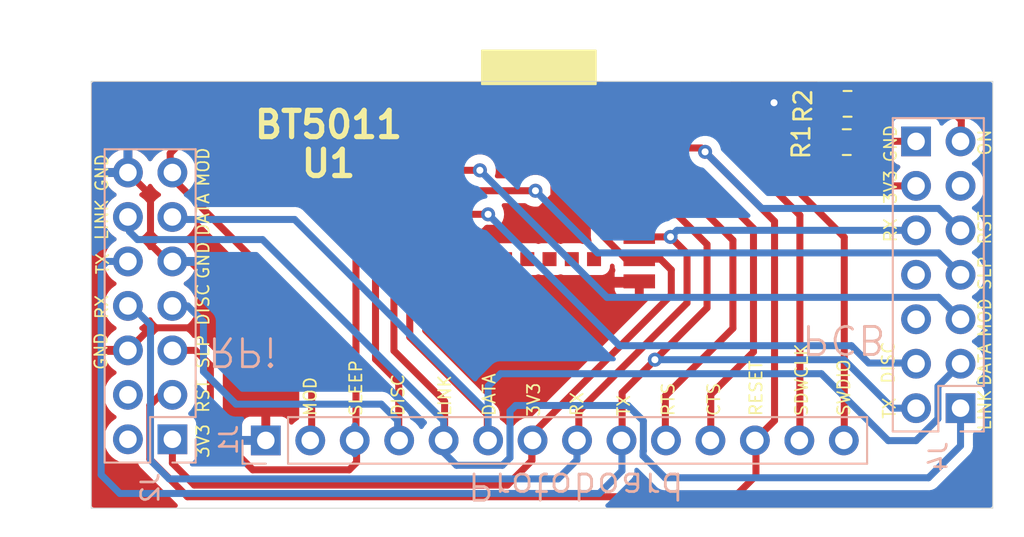
<source format=kicad_pcb>
(kicad_pcb (version 20221018) (generator pcbnew)
  (layers (0 "F.Cu" signal) (31 "B.Cu" signal) (34 "B.Paste" user) (35 "F.Paste" user) (36 "B.SilkS" user "B.Silkscreen") (37 "F.SilkS" user "F.Silkscreen") (38 "B.Mask" user) (39 "F.Mask" user) (44 "Edge.Cuts" user))
  (net 0 "")
  (net 1 "+3V3")
  (net 2 "RX")
  (net 3 "TX")
  (net 4 "RTS")
  (net 5 "CTS")
  (net 6 "RESET")
  (net 7 "SDWCLK")
  (net 8 "SWDIO")
  (net 9 "DATA")
  (net 10 "LINK")
  (net 11 "DISC")
  (net 12 "SLEEP")
  (net 13 "MOD")
  (net 14 "GND")
  (net 15 "Pad13")
  (net 16 "Net-(J4-Pad11)")
  (net 17 "Net-(J4-Pad8)")
  (net 18 "Net-(J4-Pad6)")
  (net 19 "Net-(U1-Pad15)")
  (net 20 "Net-(U1-Pad14)")
  (net 21 "Net-(U1-Pad13)")
  (net 22 "Net-(U1-Pad12)")
  (net 23 "Net-(U1-Pad11)")
  (net 24 "Net-(U1-Pad10)")
  (net 25 "Net-(U1-Pad2)")
  (net 26 "Net-(U1-Pad3)")
  (net 27 "Pad14")
  (net 28 "Net-(J2-Pad4)")
  (net 29 "Net-(J2-Pad2)")
  (footprint "Resistor_SMD:R_0805_2012Metric" (layer "F.Cu") (at 154.59964 25.05964)
    (fp_text reference "R1" (at -2.6035 0 270) (layer "F.SilkS"))
    (fp_text value "R")
    (fp_line (start -0.227064 -0.735) (end 0.227064 -0.735) (stroke (width 0.12)) (layer "F.SilkS"))
    (fp_line (start -0.227064 0.735) (end 0.227064 0.735) (stroke (width 0.12)) (layer "F.SilkS"))
    (pad "1" smd roundrect (at -0.9125 0) (size 1.025 1.4) (layers "F.Cu" "F.Paste" "F.Mask") (roundrect_rratio 0.243902) (net 14 "GND"))
    (pad "2" smd roundrect (at 0.9125 0) (size 1.025 1.4) (layers "F.Cu" "F.Paste" "F.Mask") (roundrect_rratio 0.243902) (net 27 "Pad14"))
  )
  (footprint "Resistor_SMD:R_0805_2012Metric" (layer "F.Cu") (at 154.64536 22.87524)
    (fp_text reference "R2" (at -2.54 0.127 270) (layer "F.SilkS"))
    (fp_text value "R")
    (fp_line (start -0.227064 -0.735) (end 0.227064 -0.735) (stroke (width 0.12)) (layer "F.SilkS"))
    (fp_line (start -0.227064 0.735) (end 0.227064 0.735) (stroke (width 0.12)) (layer "F.SilkS"))
    (pad "1" smd roundrect (at -0.9125 0) (size 1.025 1.4) (layers "F.Cu" "F.Paste" "F.Mask") (roundrect_rratio 0.243902) (net 14 "GND"))
    (pad "2" smd roundrect (at 0.9125 0) (size 1.025 1.4) (layers "F.Cu" "F.Paste" "F.Mask") (roundrect_rratio 0.243902) (net 15 "Pad13"))
  )
  (footprint "Lib_Footprint:E104-BT5011" (layer "F.Cu") (at 142.748 18.7325 180)
    (fp_text reference "U1" (at 17.7546 -7.5565 180) (layer "F.SilkS") (effects (font (size 1.5 1.5) (thickness 0.3))))
    (fp_text value "E104-BT5011-Lib_sch")
    (fp_poly (pts (xy 8.9916 -1.08966) (xy 2.48158 -1.08966) (xy 2.48158 -3.0226) (xy 8.9916 -3.0226)) (stroke (width 0.1)) (fill solid) (layer "F.SilkS"))
    (pad "1" smd rect (at 11.48558 -4.1204) (size 1.8 0.8) (layers "F.Cu" "F.Paste" "F.Mask") (net 14 "GND"))
    (pad "2" smd rect (at 11.48558 -5.392) (size 1.8 0.8) (layers "F.Cu" "F.Paste" "F.Mask") (net 25 "Net-(U1-Pad2)"))
    (pad "3" smd rect (at 11.48558 -6.662) (size 1.8 0.8) (layers "F.Cu" "F.Paste" "F.Mask") (net 26 "Net-(U1-Pad3)"))
    (pad "4" smd rect (at 11.48558 -7.932) (size 1.8 0.8) (layers "F.Cu" "F.Paste" "F.Mask") (net 13 "MOD"))
    (pad "5" smd rect (at 11.48558 -9.202) (size 1.8 0.8) (layers "F.Cu" "F.Paste" "F.Mask") (net 12 "SLEEP"))
    (pad "6" smd rect (at 11.48558 -10.472) (size 1.8 0.8) (layers "F.Cu" "F.Paste" "F.Mask") (net 11 "DISC"))
    (pad "7" smd rect (at 11.48558 -11.742) (size 1.8 0.8) (layers "F.Cu" "F.Paste" "F.Mask") (net 10 "LINK"))
    (pad "8" smd rect (at 11.48558 -13.012) (size 1.8 0.8) (layers "F.Cu" "F.Paste" "F.Mask") (net 9 "DATA"))
    (pad "9" smd rect (at 11.48558 -14.282) (size 1.8 0.8) (layers "F.Cu" "F.Paste" "F.Mask") (net 14 "GND"))
    (pad "10" smd rect (at 2.58516 -13.01242) (size 0.8 0.8) (layers "F.Cu" "F.Paste" "F.Mask") (net 24 "Net-(U1-Pad10)"))
    (pad "11" smd rect (at 3.85572 -13.01242) (size 0.8 0.8) (layers "F.Cu" "F.Paste" "F.Mask") (net 23 "Net-(U1-Pad11)"))
    (pad "12" smd rect (at 5.12826 -13.01242) (size 0.8 0.8) (layers "F.Cu" "F.Paste" "F.Mask") (net 22 "Net-(U1-Pad12)"))
    (pad "13" smd rect (at 6.39826 -13.01242) (size 0.8 0.8) (layers "F.Cu" "F.Paste" "F.Mask") (net 21 "Net-(U1-Pad13)"))
    (pad "14" smd rect (at 7.66826 -13.01496) (size 0.8 0.8) (layers "F.Cu" "F.Paste" "F.Mask") (net 20 "Net-(U1-Pad14)"))
    (pad "15" smd rect (at 8.93572 -13.01496) (size 0.8 0.8) (layers "F.Cu" "F.Paste" "F.Mask") (net 19 "Net-(U1-Pad15)"))
    (pad "16" smd rect (at 0.0003 -14.282) (size 1.8 0.8) (layers "F.Cu" "F.Paste" "F.Mask") (net 14 "GND"))
    (pad "17" smd rect (at 0.0003 -13.012) (size 1.8 0.8) (layers "F.Cu" "F.Paste" "F.Mask") (net 1 "+3V3"))
    (pad "18" smd rect (at 0.0003 -11.742) (size 1.8 0.8) (layers "F.Cu" "F.Paste" "F.Mask") (net 2 "RX"))
    (pad "19" smd rect (at 0.0003 -10.472) (size 1.8 0.8) (layers "F.Cu" "F.Paste" "F.Mask") (net 3 "TX"))
    (pad "20" smd rect (at 0.0003 -9.202) (size 1.8 0.8) (layers "F.Cu" "F.Paste" "F.Mask") (net 4 "RTS"))
    (pad "21" smd rect (at 0.0003 -7.932) (size 1.8 0.8) (layers "F.Cu" "F.Paste" "F.Mask") (net 5 "CTS"))
    (pad "22" smd rect (at 0.0003 -6.662) (size 1.8 0.8) (layers "F.Cu" "F.Paste" "F.Mask") (net 6 "RESET"))
    (pad "23" smd rect (at 0.0003 -5.392) (size 1.8 0.8) (layers "F.Cu" "F.Paste" "F.Mask") (net 7 "SDWCLK"))
    (pad "24" smd rect (at 0.0003 -4.1204) (size 1.8 0.8) (layers "F.Cu" "F.Paste" "F.Mask") (net 8 "SWDIO"))
  )
  (footprint "Connector_PinSocket_2.54mm:PinSocket_2x07_P2.54mm_Vertical" (layer "B.Cu") (at 161.0995 40.259)
    (fp_text reference "J4" (at -1.27 2.77 90 unlocked) (layer "B.SilkS") (effects (justify mirror)))
    (fp_text value "Conn_02x07_Odd_Even")
    (fp_line (start -3.87 -16.57) (end 1.33 -16.57) (stroke (width 0.12)) (layer "B.SilkS"))
    (fp_line (start -3.87 1.33) (end -3.87 -16.57) (stroke (width 0.12)) (layer "B.SilkS"))
    (fp_line (start -3.87 1.33) (end -1.27 1.33) (stroke (width 0.12)) (layer "B.SilkS"))
    (fp_line (start -1.27 -1.27) (end 1.33 -1.27) (stroke (width 0.12)) (layer "B.SilkS"))
    (fp_line (start -1.27 1.33) (end -1.27 -1.27) (stroke (width 0.12)) (layer "B.SilkS"))
    (fp_line (start 0 1.33) (end 1.33 1.33) (stroke (width 0.12)) (layer "B.SilkS"))
    (fp_line (start 1.33 -1.27) (end 1.33 -16.57) (stroke (width 0.12)) (layer "B.SilkS"))
    (fp_line (start 1.33 1.33) (end 1.33 0) (stroke (width 0.12)) (layer "B.SilkS"))
    (pad "1" thru_hole rect (at 0 0) (size 1.7 1.7) (drill 1) (layers "*.Cu" "*.Mask") (net 10 "LINK"))
    (pad "2" thru_hole oval (at -2.54 0) (size 1.7 1.7) (drill 1) (layers "*.Cu" "*.Mask") (net 3 "TX"))
    (pad "3" thru_hole oval (at 0 -2.54) (size 1.7 1.7) (drill 1) (layers "*.Cu" "*.Mask") (net 9 "DATA"))
    (pad "4" thru_hole oval (at -2.54 -2.54) (size 1.7 1.7) (drill 1) (layers "*.Cu" "*.Mask") (net 11 "DISC"))
    (pad "5" thru_hole oval (at 0 -5.08) (size 1.7 1.7) (drill 1) (layers "*.Cu" "*.Mask") (net 13 "MOD"))
    (pad "6" thru_hole oval (at -2.54 -5.08) (size 1.7 1.7) (drill 1) (layers "*.Cu" "*.Mask") (net 18 "Net-(J4-Pad6)"))
    (pad "7" thru_hole oval (at 0 -7.62) (size 1.7 1.7) (drill 1) (layers "*.Cu" "*.Mask") (net 12 "SLEEP"))
    (pad "8" thru_hole oval (at -2.54 -7.62) (size 1.7 1.7) (drill 1) (layers "*.Cu" "*.Mask") (net 17 "Net-(J4-Pad8)"))
    (pad "9" thru_hole oval (at 0 -10.16) (size 1.7 1.7) (drill 1) (layers "*.Cu" "*.Mask") (net 6 "RESET"))
    (pad "10" thru_hole oval (at -2.54 -10.16) (size 1.7 1.7) (drill 1) (layers "*.Cu" "*.Mask") (net 2 "RX"))
    (pad "11" thru_hole oval (at 0 -12.7) (size 1.7 1.7) (drill 1) (layers "*.Cu" "*.Mask") (net 16 "Net-(J4-Pad11)"))
    (pad "12" thru_hole oval (at -2.54 -12.7) (size 1.7 1.7) (drill 1) (layers "*.Cu" "*.Mask") (net 1 "+3V3"))
    (pad "13" thru_hole oval (at 0 -15.24) (size 1.7 1.7) (drill 1) (layers "*.Cu" "*.Mask") (net 15 "Pad13"))
    (pad "14" thru_hole rect (at -2.54 -15.24) (size 1.7 1.7) (drill 1) (layers "*.Cu" "*.Mask") (net 27 "Pad14"))
  )
  (footprint "Connector_PinSocket_2.54mm:PinSocket_1x14_P2.54mm_Vertical" (layer "B.Cu") (at 121.412 42.1005 -90)
    (fp_text reference "J1" (at -0.0381 2.11836 270) (layer "B.SilkS") (effects (justify mirror)))
    (fp_text value "Conn_01x14")
    (fp_line (start -1.33 -34.35) (end 1.33 -34.35) (stroke (width 0.12)) (layer "B.SilkS"))
    (fp_line (start -1.33 -1.27) (end -1.33 -34.35) (stroke (width 0.12)) (layer "B.SilkS"))
    (fp_line (start -1.33 -1.27) (end 1.33 -1.27) (stroke (width 0.12)) (layer "B.SilkS"))
    (fp_line (start 0 1.33) (end 1.33 1.33) (stroke (width 0.12)) (layer "B.SilkS"))
    (fp_line (start 1.33 -1.27) (end 1.33 -34.35) (stroke (width 0.12)) (layer "B.SilkS"))
    (fp_line (start 1.33 1.33) (end 1.33 0) (stroke (width 0.12)) (layer "B.SilkS"))
    (pad "1" thru_hole rect (at 0 0 270) (size 1.7 1.7) (drill 1) (layers "*.Cu" "*.Mask") (net 14 "GND"))
    (pad "2" thru_hole oval (at 0 -2.54 270) (size 1.7 1.7) (drill 1) (layers "*.Cu" "*.Mask") (net 13 "MOD"))
    (pad "3" thru_hole oval (at 0 -5.08 270) (size 1.7 1.7) (drill 1) (layers "*.Cu" "*.Mask") (net 12 "SLEEP"))
    (pad "4" thru_hole oval (at 0 -7.62 270) (size 1.7 1.7) (drill 1) (layers "*.Cu" "*.Mask") (net 11 "DISC"))
    (pad "5" thru_hole oval (at 0 -10.16 270) (size 1.7 1.7) (drill 1) (layers "*.Cu" "*.Mask") (net 10 "LINK"))
    (pad "6" thru_hole oval (at 0 -12.7 270) (size 1.7 1.7) (drill 1) (layers "*.Cu" "*.Mask") (net 9 "DATA"))
    (pad "7" thru_hole oval (at 0 -15.24 270) (size 1.7 1.7) (drill 1) (layers "*.Cu" "*.Mask") (net 1 "+3V3"))
    (pad "8" thru_hole oval (at 0 -17.78 270) (size 1.7 1.7) (drill 1) (layers "*.Cu" "*.Mask") (net 2 "RX"))
    (pad "9" thru_hole oval (at 0 -20.32 270) (size 1.7 1.7) (drill 1) (layers "*.Cu" "*.Mask") (net 3 "TX"))
    (pad "10" thru_hole oval (at 0 -22.86 270) (size 1.7 1.7) (drill 1) (layers "*.Cu" "*.Mask") (net 4 "RTS"))
    (pad "11" thru_hole oval (at 0 -25.4 270) (size 1.7 1.7) (drill 1) (layers "*.Cu" "*.Mask") (net 5 "CTS"))
    (pad "12" thru_hole oval (at 0 -27.94 270) (size 1.7 1.7) (drill 1) (layers "*.Cu" "*.Mask") (net 6 "RESET"))
    (pad "13" thru_hole oval (at 0 -30.48 270) (size 1.7 1.7) (drill 1) (layers "*.Cu" "*.Mask") (net 7 "SDWCLK"))
    (pad "14" thru_hole oval (at 0 -33.02 270) (size 1.7 1.7) (drill 1) (layers "*.Cu" "*.Mask") (net 8 "SWDIO"))
  )
  (footprint "Connector_PinSocket_2.54mm:PinSocket_2x07_P2.54mm_Vertical" (layer "B.Cu") (at 116.076 42.037)
    (fp_text reference "J2" (at -1.27 2.77 90) (layer "B.SilkS") (effects (justify mirror)))
    (fp_text value "Conn_02x07_Odd_Even")
    (fp_line (start -3.87 -16.57) (end 1.33 -16.57) (stroke (width 0.12)) (layer "B.SilkS"))
    (fp_line (start -3.87 1.33) (end -3.87 -16.57) (stroke (width 0.12)) (layer "B.SilkS"))
    (fp_line (start -3.87 1.33) (end -1.27 1.33) (stroke (width 0.12)) (layer "B.SilkS"))
    (fp_line (start -1.27 -1.27) (end 1.33 -1.27) (stroke (width 0.12)) (layer "B.SilkS"))
    (fp_line (start -1.27 1.33) (end -1.27 -1.27) (stroke (width 0.12)) (layer "B.SilkS"))
    (fp_line (start 0 1.33) (end 1.33 1.33) (stroke (width 0.12)) (layer "B.SilkS"))
    (fp_line (start 1.33 -1.27) (end 1.33 -16.57) (stroke (width 0.12)) (layer "B.SilkS"))
    (fp_line (start 1.33 1.33) (end 1.33 0) (stroke (width 0.12)) (layer "B.SilkS"))
    (pad "1" thru_hole rect (at 0 0) (size 1.7 1.7) (drill 1) (layers "*.Cu" "*.Mask") (net 1 "+3V3"))
    (pad "2" thru_hole oval (at -2.54 0) (size 1.7 1.7) (drill 1) (layers "*.Cu" "*.Mask") (net 29 "Net-(J2-Pad2)"))
    (pad "3" thru_hole oval (at 0 -2.54) (size 1.7 1.7) (drill 1) (layers "*.Cu" "*.Mask") (net 6 "RESET"))
    (pad "4" thru_hole oval (at -2.54 -2.54) (size 1.7 1.7) (drill 1) (layers "*.Cu" "*.Mask") (net 28 "Net-(J2-Pad4)"))
    (pad "5" thru_hole oval (at 0 -5.08) (size 1.7 1.7) (drill 1) (layers "*.Cu" "*.Mask") (net 12 "SLEEP"))
    (pad "6" thru_hole oval (at -2.54 -5.08) (size 1.7 1.7) (drill 1) (layers "*.Cu" "*.Mask") (net 14 "GND"))
    (pad "7" thru_hole oval (at 0 -7.62) (size 1.7 1.7) (drill 1) (layers "*.Cu" "*.Mask") (net 11 "DISC"))
    (pad "8" thru_hole oval (at -2.54 -7.62) (size 1.7 1.7) (drill 1) (layers "*.Cu" "*.Mask") (net 2 "RX"))
    (pad "9" thru_hole oval (at 0 -10.16) (size 1.7 1.7) (drill 1) (layers "*.Cu" "*.Mask") (net 14 "GND"))
    (pad "10" thru_hole oval (at -2.54 -10.16) (size 1.7 1.7) (drill 1) (layers "*.Cu" "*.Mask") (net 3 "TX"))
    (pad "11" thru_hole oval (at 0 -12.7) (size 1.7 1.7) (drill 1) (layers "*.Cu" "*.Mask") (net 9 "DATA"))
    (pad "12" thru_hole oval (at -2.54 -12.7) (size 1.7 1.7) (drill 1) (layers "*.Cu" "*.Mask") (net 10 "LINK"))
    (pad "13" thru_hole oval (at 0 -15.24) (size 1.7 1.7) (drill 1) (layers "*.Cu" "*.Mask") (net 13 "MOD"))
    (pad "14" thru_hole oval (at -2.54 -15.24) (size 1.7 1.7) (drill 1) (layers "*.Cu" "*.Mask") (net 14 "GND"))
  )
  (gr_line (start 111.441 21.59) (end 162.941 21.59) (stroke (width 0.05)) (layer "Edge.Cuts"))
  (gr_line (start 162.941 21.59) (end 162.941 45.974) (stroke (width 0.05)) (layer "Edge.Cuts"))
  (gr_line (start 111.441 45.974) (end 162.941 45.974) (stroke (width 0.05)) (layer "Edge.Cuts"))
  (gr_line (start 111.441 21.59) (end 111.441 45.974) (stroke (width 0.05)) (layer "Edge.Cuts"))
  (gr_text "PCB\n" (at 154.432 36.322 180) (layer "B.SilkS") (effects (font (size 1.6 1.6) (thickness 0.16)) (justify mirror)))
  (gr_text "Protoboard\n" (at 139.1285 44.704 180) (layer "B.SilkS") (effects (font (size 1.5 1.5) (thickness 0.16)) (justify mirror)))
  (gr_text "RPi" (at 120.0785 37.0205 180) (layer "B.SilkS") (effects (font (size 1.6 1.6) (thickness 0.16)) (justify mirror)))
  (gr_text "RX" (at 112.04448 34.48304 90) (layer "F.SilkS") (effects (font (size 0.7 0.7) (thickness 0.1))))
  (gr_text "TX" (at 112.09528 32.00908 90) (layer "F.SilkS") (effects (font (size 0.7 0.7) (thickness 0.1))))
  (gr_text "LINK\n" (at 112.04448 29.4894 90) (layer "F.SilkS") (effects (font (size 0.7 0.7) (thickness 0.1))))
  (gr_text "SLP" (at 117.82552 37.0332 90) (layer "F.SilkS") (effects (font (size 0.7 0.7) (thickness 0.1))))
  (gr_text "RST" (at 117.82552 39.5732 90) (layer "F.SilkS") (effects (font (size 0.7 0.7) (thickness 0.1))))
  (gr_text "3V3\n" (at 117.82552 42.13352 90) (layer "F.SilkS") (effects (font (size 0.7 0.7) (thickness 0.1))))
  (gr_text "GND" (at 157.099 25.146 90) (layer "F.SilkS") (effects (font (size 0.7 0.7) (thickness 0.1))))
  (gr_text "3V3\n" (at 157.099 27.6225 90) (layer "F.SilkS") (effects (font (size 0.7 0.7) (thickness 0.1))))
  (gr_text "RX" (at 157.099 30.099 90) (layer "F.SilkS") (effects (font (size 0.7 0.7) (thickness 0.1))))
  (gr_text "TX" (at 157.0355 40.259 90) (layer "F.SilkS") (effects (font (size 0.7 0.7) (thickness 0.1))))
  (gr_text "RST" (at 162.4838 29.9593 90) (layer "F.SilkS") (effects (font (size 0.7 0.7) (thickness 0.1))))
  (gr_text "GND" (at 112.04448 26.81224 90) (layer "F.SilkS") (effects (font (size 0.7 0.7) (thickness 0.1))))
  (gr_text "MOD\n" (at 123.952 39.5915 90) (layer "F.SilkS") (effects (font (size 0.7 0.7) (thickness 0.1))))
  (gr_text "SLEEP\n" (at 126.5555 39.108166 90) (layer "F.SilkS") (effects (font (size 0.7 0.7) (thickness 0.1))))
  (gr_text "DISC\n" (at 128.9685 39.508166 90) (layer "F.SilkS") (effects (font (size 0.7 0.7) (thickness 0.1))))
  (gr_text "LINK\n" (at 131.6355 39.5415 90) (layer "F.SilkS") (effects (font (size 0.7 0.7) (thickness 0.1))))
  (gr_text "DATA" (at 134.1755 39.4915 90) (layer "F.SilkS") (effects (font (size 0.7 0.7) (thickness 0.1))))
  (gr_text "3V3" (at 136.7155 39.774833 90) (layer "F.SilkS") (effects (font (size 0.7 0.7) (thickness 0.1))))
  (gr_text "RX" (at 139.192 40.024833 90) (layer "F.SilkS") (effects (font (size 0.7 0.7) (thickness 0.1))))
  (gr_text "TX" (at 141.859 40.108166 90) (layer "F.SilkS") (effects (font (size 0.7 0.7) (thickness 0.1))))
  (gr_text "RTS" (at 144.399 39.758166 90) (layer "F.SilkS") (effects (font (size 0.7 0.7) (thickness 0.1))))
  (gr_text "CTS" (at 147.0025 39.758166 90) (layer "F.SilkS") (effects (font (size 0.7 0.7) (thickness 0.1))))
  (gr_text "RESET" (at 149.4155 39.124833 90) (layer "F.SilkS") (effects (font (size 0.7 0.7) (thickness 0.1))))
  (gr_text "SDWCLK\n" (at 152.019 38.6415 90) (layer "F.SilkS") (effects (font (size 0.7 0.7) (thickness 0.1))))
  (gr_text "SWDIO\n" (at 154.432 39.0915 90) (layer "F.SilkS") (effects (font (size 0.7 0.7) (thickness 0.1))))
  (gr_text "DISC\n" (at 117.82552 34.3408 90) (layer "F.SilkS") (effects (font (size 0.7 0.7) (thickness 0.1))))
  (gr_text "GND" (at 117.82552 31.81096 90) (layer "F.SilkS") (effects (font (size 0.7 0.7) (thickness 0.1))))
  (gr_text "DATA" (at 117.82552 29.19984 90) (layer "F.SilkS") (effects (font (size 0.7 0.7) (thickness 0.1))))
  (gr_text "MOD\n" (at 117.82552 26.48712 90) (layer "F.SilkS") (effects (font (size 0.7 0.7) (thickness 0.1))))
  (gr_text "SLP" (at 162.4838 32.5501 90) (layer "F.SilkS") (effects (font (size 0.7 0.7) (thickness 0.1))))
  (gr_text "ON\n" (at 162.4838 25.0825 90) (layer "F.SilkS") (effects (font (size 0.7 0.7) (thickness 0.1))))
  (gr_text "MOD\n" (at 162.4838 35.0901 90) (layer "F.SilkS") (effects (font (size 0.7 0.7) (thickness 0.1))))
  (gr_text "DATA" (at 162.4838 37.7698 90) (layer "F.SilkS") (effects (font (size 0.7 0.7) (thickness 0.1))))
  (gr_text "LINK" (at 162.4838 40.3606 90) (layer "F.SilkS") (effects (font (size 0.7 0.7) (thickness 0.1))))
  (gr_text "DISC\n" (at 156.972 37.6555 90) (layer "F.SilkS") (effects (font (size 0.7 0.7) (thickness 0.1))))
  (gr_text "GND" (at 111.99368 37.0078 90) (layer "F.SilkS") (effects (font (size 0.7 0.7) (thickness 0.1))))
  (gr_text "BT5011" (at 124.9934 24.0665) (layer "F.SilkS") (effects (font (size 1.5 1.5) (thickness 0.3))))
  (segment (start 143.9617 31.7445) (end 144.5768 32.3596) (width 0.4) (layer "F.Cu") (net 1))
  (segment (start 135.20928 44.6532) (end 136.61136 43.25112) (width 0.4) (layer "F.Cu") (net 1))
  (segment (start 140.6906 30.437402) (end 141.977798 31.7246) (width 0.4) (layer "F.Cu") (net 1))
  (segment (start 144.5768 32.3596) (end 144.5768 33.79216) (width 0.4) (layer "F.Cu") (net 1))
  (segment (start 116.076 42.037) (end 116.076 43.39644) (width 0.4) (layer "F.Cu") (net 1))
  (segment (start 152.6159 27.559) (end 147.109799 22.052899) (width 0.4) (layer "F.Cu") (net 1))
  (segment (start 116.076 43.39644) (end 117.33276 44.6532) (width 0.4) (layer "F.Cu") (net 1))
  (segment (start 141.977798 31.7246) (end 142.8496 31.7246) (width 0.4) (layer "F.Cu") (net 1))
  (segment (start 136.61136 43.25112) (end 136.61136 42.30624) (width 0.4) (layer "F.Cu") (net 1))
  (segment (start 141.527699 22.052899) (end 140.6906 22.889998) (width 0.4) (layer "F.Cu") (net 1))
  (segment (start 142.7477 31.7445) (end 143.9617 31.7445) (width 0.4) (layer "F.Cu") (net 1))
  (segment (start 147.109799 22.052899) (end 141.527699 22.052899) (width 0.4) (layer "F.Cu") (net 1))
  (segment (start 144.5768 33.79216) (end 136.61136 41.7576) (width 0.4) (layer "F.Cu") (net 1))
  (segment (start 158.5595 27.559) (end 152.6159 27.559) (width 0.4) (layer "F.Cu") (net 1))
  (segment (start 140.6906 22.889998) (end 140.6906 30.437402) (width 0.4) (layer "F.Cu") (net 1))
  (segment (start 117.33276 44.6532) (end 135.20928 44.6532) (width 0.4) (layer "F.Cu") (net 1))
  (segment (start 136.61136 41.7576) (end 136.61136 43.25112) (width 0.4) (layer "F.Cu") (net 1))
  (segment (start 142.7477 30.4745) (end 144.53066 30.4745) (width 0.4) (layer "F.Cu") (net 2))
  (segment (start 145.47596 34.24936) (end 139.2936 40.43172) (width 0.4) (layer "F.Cu") (net 2))
  (segment (start 145.47596 31.4198) (end 145.47596 34.24936) (width 0.4) (layer "F.Cu") (net 2))
  (segment (start 144.53066 30.4745) (end 145.47596 31.4198) (width 0.4) (layer "F.Cu") (net 2))
  (segment (start 139.2936 40.43172) (end 139.2936 42.0878) (width 0.4) (layer "F.Cu") (net 2))
  (via (at 144.53066 30.4745) (size 0.8) (drill 0.4) (layers "F.Cu" "B.Cu") (net 2))
  (segment (start 114.825999 35.501799) (end 114.825999 43.233559) (width 0.4) (layer "B.Cu") (net 2))
  (segment (start 139.18692 43.21556) (end 139.18692 42.07256) (width 0.4) (layer "B.Cu") (net 2))
  (segment (start 158.5595 30.099) (end 144.90616 30.099) (width 0.4) (layer "B.Cu") (net 2))
  (segment (start 113.7412 34.417) (end 114.825999 35.501799) (width 0.4) (layer "B.Cu") (net 2))
  (segment (start 113.536 34.417) (end 113.7412 34.417) (width 0.4) (layer "B.Cu") (net 2))
  (segment (start 138.10488 44.2976) (end 139.18692 43.21556) (width 0.4) (layer "B.Cu") (net 2))
  (segment (start 144.90616 30.099) (end 144.53066 30.4745) (width 0.4) (layer "B.Cu") (net 2))
  (segment (start 115.89004 44.2976) (end 138.10488 44.2976) (width 0.4) (layer "B.Cu") (net 2))
  (segment (start 114.825999 43.233559) (end 115.89004 44.2976) (width 0.4) (layer "B.Cu") (net 2))
  (segment (start 146.61896 30.90672) (end 146.61896 34.52368) (width 0.4) (layer "F.Cu") (net 3))
  (segment (start 141.76756 39.37508) (end 141.76756 42.0878) (width 0.4) (layer "F.Cu") (net 3))
  (segment (start 144.91674 29.2045) (end 146.61896 30.90672) (width 0.4) (layer "F.Cu") (net 3))
  (segment (start 142.7477 29.2045) (end 144.91674 29.2045) (width 0.4) (layer "F.Cu") (net 3))
  (segment (start 146.61896 34.52368) (end 141.76756 39.37508) (width 0.4) (layer "F.Cu") (net 3))
  (via (at 143.63827 37.4905) (size 0.8) (drill 0.4) (layers "F.Cu" "B.Cu") (net 3))
  (segment (start 113.536 31.877) (end 112.333919 31.877) (width 0.4) (layer "B.Cu") (net 3))
  (segment (start 158.5595 40.259) (end 157.2133 40.259) (width 0.4) (layer "B.Cu") (net 3))
  (segment (start 112.333919 31.877) (end 112.00892 32.201999) (width 0.4) (layer "B.Cu") (net 3))
  (segment (start 157.2133 40.259) (end 154.4448 37.4905) (width 0.4) (layer "B.Cu") (net 3))
  (segment (start 154.4448 37.4905) (end 143.63827 37.4905) (width 0.4) (layer "B.Cu") (net 3))
  (segment (start 112.00892 44.06392) (end 113.07572 45.13072) (width 0.4) (layer "B.Cu") (net 3))
  (segment (start 112.00892 32.201999) (end 112.00892 44.06392) (width 0.4) (layer "B.Cu") (net 3))
  (segment (start 141.7574 43.83532) (end 141.7574 42.0878) (width 0.4) (layer "B.Cu") (net 3))
  (segment (start 113.07572 45.13072) (end 140.462 45.13072) (width 0.4) (layer "B.Cu") (net 3))
  (segment (start 140.462 45.13072) (end 141.7574 43.83532) (width 0.4) (layer "B.Cu") (net 3))
  (segment (start 148.09724 30.66288) (end 148.09724 35.69716) (width 0.4) (layer "F.Cu") (net 4))
  (segment (start 145.36886 27.9345) (end 148.09724 30.66288) (width 0.4) (layer "F.Cu") (net 4))
  (segment (start 142.7477 27.9345) (end 145.36886 27.9345) (width 0.4) (layer "F.Cu") (net 4))
  (segment (start 148.09724 35.69716) (end 144.23644 39.55796) (width 0.4) (layer "F.Cu") (net 4))
  (segment (start 144.23644 39.55796) (end 144.23644 42.16908) (width 0.4) (layer "F.Cu") (net 4))
  (segment (start 149.27072 29.98724) (end 149.27072 37.04336) (width 0.4) (layer "F.Cu") (net 5))
  (segment (start 142.7477 26.6645) (end 145.94798 26.6645) (width 0.4) (layer "F.Cu") (net 5))
  (segment (start 146.83232 39.48176) (end 146.83232 42.07764) (width 0.4) (layer "F.Cu") (net 5))
  (segment (start 145.94798 26.6645) (end 149.27072 29.98724) (width 0.4) (layer "F.Cu") (net 5))
  (segment (start 149.27072 37.04336) (end 146.83232 39.48176) (width 0.4) (layer "F.Cu") (net 5))
  (segment (start 149.36216 42.07764) (end 150.47468 40.96512) (width 0.4) (layer "F.Cu") (net 6))
  (segment (start 142.7477 25.3945) (end 146.2858 25.3945) (width 0.4) (layer "F.Cu") (net 6))
  (segment (start 116.076 39.497) (end 115.386002 39.497) (width 0.4) (layer "F.Cu") (net 6))
  (segment (start 115.386002 39.497) (end 114.786001 40.097001) (width 0.4) (layer "F.Cu") (net 6))
  (segment (start 150.47468 40.96512) (end 150.47468 29.58338) (width 0.4) (layer "F.Cu") (net 6))
  (segment (start 149.41296 44.10964) (end 149.41296 42.15384) (width 0.4) (layer "F.Cu") (net 6))
  (segment (start 114.786001 43.167003) (end 116.937678 45.31868) (width 0.4) (layer "F.Cu") (net 6))
  (segment (start 149.41296 42.15384) (end 149.41296 42.18432) (width 0.4) (layer "F.Cu") (net 6))
  (segment (start 146.2858 25.3945) (end 146.5072 25.6159) (width 0.4) (layer "F.Cu") (net 6))
  (segment (start 150.47468 29.58338) (end 146.5072 25.6159) (width 0.4) (layer "F.Cu") (net 6))
  (segment (start 148.20392 45.31868) (end 149.41296 44.10964) (width 0.4) (layer "F.Cu") (net 6))
  (segment (start 114.786001 40.097001) (end 114.786001 43.167003) (width 0.4) (layer "F.Cu") (net 6))
  (segment (start 116.937678 45.31868) (end 148.20392 45.31868) (width 0.4) (layer "F.Cu") (net 6))
  (via (at 146.5072 25.6159) (size 0.8) (drill 0.4) (layers "F.Cu" "B.Cu") (net 6))
  (segment (start 149.740299 28.848999) (end 146.5072 25.6159) (width 0.4) (layer "B.Cu") (net 6))
  (segment (start 161.0995 30.099) (end 159.849499 28.848999) (width 0.4) (layer "B.Cu") (net 6))
  (segment (start 159.849499 28.848999) (end 149.740299 28.848999) (width 0.4) (layer "B.Cu") (net 6))
  (segment (start 151.92248 42.23004) (end 151.92248 42.19956) (width 0.4) (layer "F.Cu") (net 7))
  (segment (start 151.92248 29.24048) (end 151.92248 42.23004) (width 0.4) (layer "F.Cu") (net 7))
  (segment (start 142.7477 24.1245) (end 146.8065 24.1245) (width 0.4) (layer "F.Cu") (net 7))
  (segment (start 151.892 42.1005) (end 151.8285 42.164) (width 0.4) (layer "F.Cu") (net 7))
  (segment (start 146.8065 24.1245) (end 151.92248 29.24048) (width 0.4) (layer "F.Cu") (net 7))
  (segment (start 154.3685 42.1005) (end 154.305 42.164) (width 0.4) (layer "F.Cu") (net 8))
  (segment (start 142.7477 22.8529) (end 146.8176 22.8529) (width 0.4) (layer "F.Cu") (net 8))
  (segment (start 154.4574 30.4927) (end 154.4574 42.21988) (width 0.4) (layer "F.Cu") (net 8))
  (segment (start 146.8176 22.8529) (end 154.4574 30.4927) (width 0.4) (layer "F.Cu") (net 8))
  (segment (start 134.06628 40.62476) (end 134.06628 41.95572) (width 0.4) (layer "F.Cu") (net 9))
  (segment (start 131.26242 31.7445) (end 130.02302 31.7445) (width 0.4) (layer "F.Cu") (net 9))
  (segment (start 129.63652 36.195) (end 134.06628 40.62476) (width 0.4) (layer "F.Cu") (net 9))
  (segment (start 130.02302 31.7445) (end 129.63652 32.131) (width 0.4) (layer "F.Cu") (net 9))
  (segment (start 129.63652 32.131) (end 129.63652 36.195) (width 0.4) (layer "F.Cu") (net 9))
  (segment (start 123.05792 29.47924) (end 116.00688 29.47924) (width 0.4) (layer "B.Cu") (net 9))
  (segment (start 156.972 42.1132) (end 153.1493 38.2905) (width 0.4) (layer "B.Cu") (net 9))
  (segment (start 134.112 40.53332) (end 123.05792 29.47924) (width 0.4) (layer "B.Cu") (net 9))
  (segment (start 158.555302 42.1132) (end 156.972 42.1132) (width 0.4) (layer "B.Cu") (net 9))
  (segment (start 159.809501 40.859001) (end 158.555302 42.1132) (width 0.4) (layer "B.Cu") (net 9))
  (segment (start 153.1493 38.2905) (end 134.8232 38.2905) (width 0.4) (layer "B.Cu") (net 9))
  (segment (start 134.112 39.0017) (end 134.112 40.53332) (width 0.4) (layer "B.Cu") (net 9))
  (segment (start 134.8232 38.2905) (end 134.112 39.0017) (width 0.4) (layer "B.Cu") (net 9))
  (segment (start 134.112 42.1005) (end 134.112 40.53332) (width 0.4) (layer "B.Cu") (net 9))
  (segment (start 161.0995 37.719) (end 159.809501 39.008999) (width 0.4) (layer "B.Cu") (net 9))
  (segment (start 159.809501 39.008999) (end 159.809501 40.859001) (width 0.4) (layer "B.Cu") (net 9))
  (segment (start 131.26242 30.4745) (end 130.0535 30.4745) (width 0.4) (layer "F.Cu") (net 10))
  (segment (start 128.73228 36.97732) (end 131.62788 39.87292) (width 0.4) (layer "F.Cu") (net 10))
  (segment (start 130.0535 30.4745) (end 128.73228 31.79572) (width 0.4) (layer "F.Cu") (net 10))
  (segment (start 131.62788 39.87292) (end 131.62788 41.95064) (width 0.4) (layer "F.Cu") (net 10))
  (segment (start 128.73228 31.79572) (end 128.73228 36.97732) (width 0.4) (layer "F.Cu") (net 10))
  (segment (start 134.9248 43.5229) (end 132.3086 43.5229) (width 0.4) (layer "B.Cu") (net 10))
  (segment (start 131.572 40.97528) (end 121.223719 30.626999) (width 0.4) (layer "B.Cu") (net 10))
  (segment (start 142.9639 42.718602) (end 142.982001 42.700501) (width 0.4) (layer "B.Cu") (net 10))
  (segment (start 142.982001 40.988301) (end 142.1003 40.1066) (width 0.4) (layer "B.Cu") (net 10))
  (segment (start 142.9639 42.9768) (end 142.9639 42.718602) (width 0.4) (layer "B.Cu") (net 10))
  (segment (start 135.6868 40.1066) (end 135.362001 40.431399) (width 0.4) (layer "B.Cu") (net 10))
  (segment (start 135.362001 43.085699) (end 134.9248 43.5229) (width 0.4) (layer "B.Cu") (net 10))
  (segment (start 142.1003 40.1066) (end 135.6868 40.1066) (width 0.4) (layer "B.Cu") (net 10))
  (segment (start 161.0995 40.259) (end 161.0995 42.4053) (width 0.4) (layer "B.Cu") (net 10))
  (segment (start 159.2707 44.2341) (end 144.2212 44.2341) (width 0.4) (layer "B.Cu") (net 10))
  (segment (start 142.982001 42.700501) (end 142.982001 40.988301) (width 0.4) (layer "B.Cu") (net 10))
  (segment (start 132.3086 43.5229) (end 131.6101 42.8244) (width 0.4) (layer "B.Cu") (net 10))
  (segment (start 144.2212 44.2341) (end 142.9639 42.9768) (width 0.4) (layer "B.Cu") (net 10))
  (segment (start 131.6101 42.8244) (end 131.6101 42.1386) (width 0.4) (layer "B.Cu") (net 10))
  (segment (start 113.62436 30.17012) (end 113.62436 29.41828) (width 0.4) (layer "B.Cu") (net 10))
  (segment (start 135.362001 40.431399) (end 135.362001 43.085699) (width 0.4) (layer "B.Cu") (net 10))
  (segment (start 131.572 42.1005) (end 131.572 40.97528) (width 0.4) (layer "B.Cu") (net 10))
  (segment (start 121.223719 30.626999) (end 114.081239 30.626999) (width 0.4) (layer "B.Cu") (net 10))
  (segment (start 114.081239 30.626999) (end 113.62436 30.17012) (width 0.4) (layer "B.Cu") (net 10))
  (segment (start 161.0995 42.4053) (end 159.2707 44.2341) (width 0.4) (layer "B.Cu") (net 10))
  (segment (start 127.68072 31.4862) (end 127.68072 37.465) (width 0.4) (layer "F.Cu") (net 11))
  (segment (start 131.26242 29.2045) (end 129.96242 29.2045) (width 0.4) (layer "F.Cu") (net 11))
  (segment (start 134.112 29.1846) (end 131.6101 29.1846) (width 0.4) (layer "F.Cu") (net 11))
  (segment (start 129.96242 29.2045) (end 127.68072 31.4862) (width 0.4) (layer "F.Cu") (net 11))
  (segment (start 129.0066 38.79088) (end 129.0066 42.22496) (width 0.4) (layer "F.Cu") (net 11))
  (segment (start 131.6101 29.1846) (end 131.5847 29.21) (width 0.4) (layer "F.Cu") (net 11))
  (segment (start 127.68072 37.465) (end 129.0066 38.79088) (width 0.4) (layer "F.Cu") (net 11))
  (via (at 134.112 29.1846) (size 0.8) (drill 0.4) (layers "F.Cu" "B.Cu") (net 11))
  (segment (start 155.8544 37.6809) (end 154.8638 36.6903) (width 0.4) (layer "B.Cu") (net 11))
  (segment (start 141.6177 36.6903) (end 134.112 29.1846) (width 0.4) (layer "B.Cu") (net 11))
  (segment (start 158.5595 37.719) (end 158.5214 37.6809) (width 0.4) (layer "B.Cu") (net 11))
  (segment (start 158.5214 37.6809) (end 155.8544 37.6809) (width 0.4) (layer "B.Cu") (net 11))
  (segment (start 117.85092 38.17112) (end 119.7102 40.0304) (width 0.4) (layer "B.Cu") (net 11))
  (segment (start 154.8638 36.6903) (end 141.6177 36.6903) (width 0.4) (layer "B.Cu") (net 11))
  (segment (start 116.076 34.417) (end 116.94668 34.417) (width 0.4) (layer "B.Cu") (net 11))
  (segment (start 119.7102 40.0304) (end 128.01092 40.0304) (width 0.4) (layer "B.Cu") (net 11))
  (segment (start 128.94056 40.96004) (end 128.94056 42.28084) (width 0.4) (layer "B.Cu") (net 11))
  (segment (start 128.01092 40.0304) (end 128.94056 40.96004) (width 0.4) (layer "B.Cu") (net 11))
  (segment (start 116.94668 34.417) (end 117.85092 35.32124) (width 0.4) (layer "B.Cu") (net 11))
  (segment (start 117.85092 35.32124) (end 117.85092 38.17112) (width 0.4) (layer "B.Cu") (net 11))
  (segment (start 126.56312 40.83812) (end 126.56312 42.28592) (width 0.4) (layer "F.Cu") (net 12))
  (segment (start 126.59868 43.3578) (end 126.59868 42.27068) (width 0.4) (layer "F.Cu") (net 12))
  (segment (start 131.26242 27.9345) (end 129.96242 27.9345) (width 0.4) (layer "F.Cu") (net 12))
  (segment (start 126.56312 31.3338) (end 126.56312 40.83812) (width 0.4) (layer "F.Cu") (net 12))
  (segment (start 118.24716 41.355662) (end 120.670938 43.77944) (width 0.4) (layer "F.Cu") (net 12))
  (segment (start 126.17704 43.77944) (end 126.59868 43.3578) (width 0.4) (layer "F.Cu") (net 12))
  (segment (start 116.076 36.957) (end 117.39372 36.957) (width 0.4) (layer "F.Cu") (net 12))
  (segment (start 129.96242 27.9345) (end 126.56312 31.3338) (width 0.4) (layer "F.Cu") (net 12))
  (segment (start 118.24716 37.81044) (end 118.24716 41.355662) (width 0.4) (layer "F.Cu") (net 12))
  (segment (start 131.2291 27.8384) (end 136.8171 27.8384) (width 0.4) (layer "F.Cu") (net 12))
  (segment (start 120.670938 43.77944) (end 126.17704 43.77944) (width 0.4) (layer "F.Cu") (net 12))
  (segment (start 117.39372 36.957) (end 118.24716 37.81044) (width 0.4) (layer "F.Cu") (net 12))
  (segment (start 131.1529 27.9146) (end 131.2291 27.8384) (width 0.4) (layer "F.Cu") (net 12))
  (via (at 136.8171 27.8384) (size 0.8) (drill 0.4) (layers "F.Cu" "B.Cu") (net 12))
  (segment (start 126.492 42.8625) (end 126.492 41.275) (width 0.4) (layer "B.Cu") (net 12))
  (segment (start 161.0995 32.639) (end 159.849499 31.388999) (width 0.4) (layer "B.Cu") (net 12))
  (segment (start 159.849499 31.388999) (end 140.367699 31.388999) (width 0.4) (layer "B.Cu") (net 12))
  (segment (start 140.367699 31.388999) (end 136.8171 27.8384) (width 0.4) (layer "B.Cu") (net 12))
  (segment (start 115.951 25.7048) (end 117.2464 24.4094) (width 0.4) (layer "F.Cu") (net 13))
  (segment (start 115.951 27.0002) (end 115.951 25.7048) (width 0.4) (layer "F.Cu") (net 13))
  (segment (start 127.7222 24.4094) (end 129.9773 26.6645) (width 0.4) (layer "F.Cu") (net 13))
  (segment (start 124.03328 35.08248) (end 115.951 27.0002) (width 0.4) (layer "F.Cu") (net 13))
  (segment (start 117.2464 24.4094) (end 127.7222 24.4094) (width 0.4) (layer "F.Cu") (net 13))
  (segment (start 129.9773 26.6645) (end 131.26242 26.6645) (width 0.4) (layer "F.Cu") (net 13))
  (segment (start 133.6421 26.67) (end 131.4196 26.67) (width 0.4) (layer "F.Cu") (net 13))
  (segment (start 124.03328 42.07256) (end 124.03328 35.08248) (width 0.4) (layer "F.Cu") (net 13))
  (segment (start 131.4196 26.67) (end 131.4069 26.6827) (width 0.4) (layer "F.Cu") (net 13))
  (via (at 133.6421 26.67) (size 0.8) (drill 0.4) (layers "F.Cu" "B.Cu") (net 13))
  (segment (start 159.849499 33.928999) (end 140.901099 33.928999) (width 0.4) (layer "B.Cu") (net 13))
  (segment (start 161.0995 35.179) (end 159.849499 33.928999) (width 0.4) (layer "B.Cu") (net 13))
  (segment (start 140.901099 33.928999) (end 133.6421 26.67) (width 0.4) (layer "B.Cu") (net 13))
  (segment (start 114.825999 28.086999) (end 114.825999 30.891699) (width 0.4) (layer "F.Cu") (net 14))
  (segment (start 132.9309 31.108838) (end 132.9309 32.386082) (width 0.4) (layer "F.Cu") (net 14))
  (segment (start 136.029799 29.984601) (end 134.055137 29.984601) (width 0.4) (layer "F.Cu") (net 14))
  (segment (start 113.536 26.797) (end 114.825999 28.086999) (width 0.4) (layer "F.Cu") (net 14))
  (segment (start 114.825999 35.667001) (end 120.896701 35.667001) (width 0.4) (layer "F.Cu") (net 14))
  (segment (start 120.896701 35.667001) (end 121.412 36.1823) (width 0.4) (layer "F.Cu") (net 14))
  (segment (start 131.26242 33.0145) (end 135.4527 33.0145) (width 0.4) (layer "F.Cu") (net 14))
  (segment (start 114.825999 30.891699) (end 115.951 32.0167) (width 0.4) (layer "F.Cu") (net 14))
  (segment (start 116.076 31.877) (end 117.1067 31.877) (width 0.4) (layer "F.Cu") (net 14))
  (segment (start 137.8712 26.7716) (end 137.8712 28.1432) (width 0.4) (layer "F.Cu") (net 14))
  (segment (start 135.4527 33.0145) (end 135.6106 33.1724) (width 0.4) (layer "F.Cu") (net 14))
  (segment (start 131.3125 33.0145) (end 131.2435 33.0835) (width 0.4) (layer "F.Cu") (net 14))
  (segment (start 132.9309 32.386082) (end 133.717218 33.1724) (width 0.4) (layer "F.Cu") (net 14))
  (segment (start 137.8712 28.1432) (end 136.029799 29.984601) (width 0.4) (layer "F.Cu") (net 14))
  (segment (start 121.412 36.1823) (end 121.412 42.1767) (width 0.4) (layer "F.Cu") (net 14))
  (segment (start 113.536 36.957) (end 114.825999 35.667001) (width 0.4) (layer "F.Cu") (net 14))
  (segment (start 153.73286 25.12378) (end 153.63952 25.21712) (width 0.4) (layer "F.Cu") (net 14))
  (segment (start 153.73286 22.87524) (end 153.73286 25.12378) (width 0.4) (layer "F.Cu") (net 14))
  (segment (start 117.1067 31.877) (end 121.412 36.1823) (width 0.4) (layer "F.Cu") (net 14))
  (segment (start 131.26242 22.8529) (end 133.9525 22.8529) (width 0.4) (layer "F.Cu") (net 14))
  (segment (start 133.9525 22.8529) (end 137.8712 26.7716) (width 0.4) (layer "F.Cu") (net 14))
  (segment (start 134.055137 29.984601) (end 132.9309 31.108838) (width 0.4) (layer "F.Cu") (net 14))
  (segment (start 135.6106 33.1724) (end 142.7353 33.1724) (width 0.4) (layer "F.Cu") (net 14))
  (segment (start 133.717218 33.1724) (end 135.6106 33.1724) (width 0.4) (layer "F.Cu") (net 14))
  (via (at 150.4442 22.8092) (size 0.8) (drill 0.4) (layers "F.Cu" "B.Cu") (net 14))
  (segment (start 155.55786 22.87524) (end 160.1978 22.87524) (width 0.4) (layer "F.Cu") (net 15))
  (segment (start 160.1978 22.87524) (end 161.14268 23.82012) (width 0.4) (layer "F.Cu") (net 15))
  (segment (start 161.14268 23.82012) (end 161.14268 25.02916) (width 0.4) (layer "F.Cu") (net 15))
  (segment (start 158.54172 25.01392) (end 155.70708 25.01392) (width 0.4) (layer "F.Cu") (net 27))
  (segment (start 158.55696 25.02916) (end 158.54172 25.01392) (width 0.4) (layer "F.Cu") (net 27))
  (zone (net 14) (net_name "GND") (layer "F.Cu") (connect_pads (clearance 0.508)) (min_thickness 0.254) (fill yes (thermal_gap 0.508) (thermal_bridge_width 0.508))
    (polygon (pts (xy 163.068 46.538833) (xy 111.125 46.729333) (xy 111.252 18.725833) (xy 163.0807 18.713133)))
  )
  (zone (net 14) (net_name "GND") (layer "B.Cu") (connect_pads (clearance 0.508)) (min_thickness 0.254) (fill yes (thermal_gap 0.508) (thermal_bridge_width 0.508))
    (polygon (pts (xy 163.0934 46.411337) (xy 111.1377 46.576437) (xy 111.252 18.572937) (xy 163.0807 18.560237)))
  )
)
</source>
